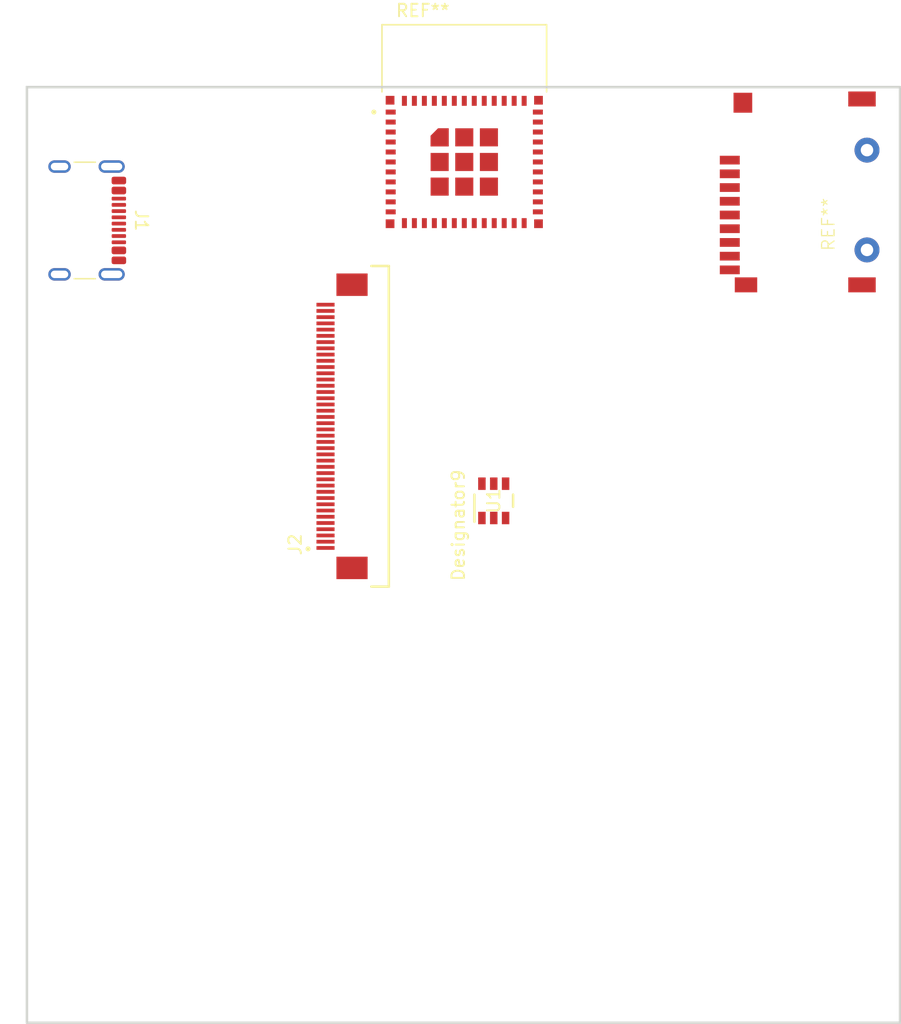
<source format=kicad_pcb>
(kicad_pcb (version 20240108) (generator "pcbnew") (generator_version "8.0")
  (layers (0 "F.Cu" signal) (31 "B.Cu" signal) (34 "B.Paste" user) (35 "F.Paste" user) (36 "B.SilkS" user "B.Silkscreen") (37 "F.SilkS" user "F.Silkscreen") (38 "B.Mask" user) (39 "F.Mask" user) (44 "Edge.Cuts" user))
  (net 0 "")
  (net 1 "Net-(J1-GND-PadA1)")
  (net 2 "Net-(U1-IN)")
  (net 4 "Net-(J1-D--PadA7)")
  (net 5 "Net-(J1-D+-PadA6)")
  (net 54 "GND")
  (footprint "ESP32_C6_MINI_1_H4:XCVR_ESP32-C6-MINI-1-H4" (layer "F.Cu") (at 55.0625 26)
    (property "Reference" "REF**" (at -3.325 -12.135 0) (layer "F.SilkS"))
    (property "Value" "XCVR_ESP32-C6-MINI-1-H4")
    (fp_line (start -6.6 -11) (end 6.6 -11) (stroke (width 0.127)) (layer "F.SilkS"))
    (fp_line (start -6.6 -5.62) (end -6.6 -11) (stroke (width 0.127)) (layer "F.SilkS"))
    (fp_line (start 6.6 -11) (end 6.6 -5.62) (stroke (width 0.127)) (layer "F.SilkS"))
    (fp_circle (center -7.25 -4) (end -7.15 -4) (stroke (width 0.2)) (fill none) (layer "F.SilkS"))
    (pad "1" smd rect (at -5.9 -4) (size 0.8 0.4) (layers "F.Cu" "F.Paste" "F.Mask"))
    (pad "2" smd rect (at -5.9 -3.2) (size 0.8 0.4) (layers "F.Cu" "F.Paste" "F.Mask"))
    (pad "3" smd rect (at -5.9 -2.4) (size 0.8 0.4) (layers "F.Cu" "F.Paste" "F.Mask"))
    (pad "4" smd rect (at -5.9 -1.6) (size 0.8 0.4) (layers "F.Cu" "F.Paste" "F.Mask"))
    (pad "5" smd rect (at -5.9 -0.8) (size 0.8 0.4) (layers "F.Cu" "F.Paste" "F.Mask"))
    (pad "6" smd rect (at -5.9 0) (size 0.8 0.4) (layers "F.Cu" "F.Paste" "F.Mask"))
    (pad "7" smd rect (at -5.9 0.8) (size 0.8 0.4) (layers "F.Cu" "F.Paste" "F.Mask"))
    (pad "8" smd rect (at -5.9 1.6) (size 0.8 0.4) (layers "F.Cu" "F.Paste" "F.Mask"))
    (pad "9" smd rect (at -5.9 2.4) (size 0.8 0.4) (layers "F.Cu" "F.Paste" "F.Mask"))
    (pad "10" smd rect (at -5.9 3.2) (size 0.8 0.4) (layers "F.Cu" "F.Paste" "F.Mask"))
    (pad "11" smd rect (at -5.9 4) (size 0.8 0.4) (layers "F.Cu" "F.Paste" "F.Mask"))
    (pad "12" smd rect (at -4.8 4.9) (size 0.4 0.8) (layers "F.Cu" "F.Paste" "F.Mask"))
    (pad "13" smd rect (at -4 4.9) (size 0.4 0.8) (layers "F.Cu" "F.Paste" "F.Mask"))
    (pad "14" smd rect (at -3.2 4.9) (size 0.4 0.8) (layers "F.Cu" "F.Paste" "F.Mask"))
    (pad "15" smd rect (at -2.4 4.9) (size 0.4 0.8) (layers "F.Cu" "F.Paste" "F.Mask"))
    (pad "16" smd rect (at -1.6 4.9) (size 0.4 0.8) (layers "F.Cu" "F.Paste" "F.Mask"))
    (pad "17" smd rect (at -0.8 4.9) (size 0.4 0.8) (layers "F.Cu" "F.Paste" "F.Mask"))
    (pad "18" smd rect (at 0 4.9) (size 0.4 0.8) (layers "F.Cu" "F.Paste" "F.Mask"))
    (pad "19" smd rect (at 0.8 4.9) (size 0.4 0.8) (layers "F.Cu" "F.Paste" "F.Mask"))
    (pad "20" smd rect (at 1.6 4.9) (size 0.4 0.8) (layers "F.Cu" "F.Paste" "F.Mask"))
    (pad "21" smd rect (at 2.4 4.9) (size 0.4 0.8) (layers "F.Cu" "F.Paste" "F.Mask"))
    (pad "22" smd rect (at 3.2 4.9) (size 0.4 0.8) (layers "F.Cu" "F.Paste" "F.Mask"))
    (pad "23" smd rect (at 4 4.9) (size 0.4 0.8) (layers "F.Cu" "F.Paste" "F.Mask"))
    (pad "24" smd rect (at 4.8 4.9) (size 0.4 0.8) (layers "F.Cu" "F.Paste" "F.Mask"))
    (pad "25" smd rect (at 5.9 4) (size 0.8 0.4) (layers "F.Cu" "F.Paste" "F.Mask"))
    (pad "26" smd rect (at 5.9 3.2) (size 0.8 0.4) (layers "F.Cu" "F.Paste" "F.Mask"))
    (pad "27" smd rect (at 5.9 2.4) (size 0.8 0.4) (layers "F.Cu" "F.Paste" "F.Mask"))
    (pad "28" smd rect (at 5.9 1.6) (size 0.8 0.4) (layers "F.Cu" "F.Paste" "F.Mask"))
    (pad "29" smd rect (at 5.9 0.8) (size 0.8 0.4) (layers "F.Cu" "F.Paste" "F.Mask"))
    (pad "30" smd rect (at 5.9 0) (size 0.8 0.4) (layers "F.Cu" "F.Paste" "F.Mask"))
    (pad "31" smd rect (at 5.9 -0.8) (size 0.8 0.4) (layers "F.Cu" "F.Paste" "F.Mask"))
    (pad "32" smd rect (at 5.9 -1.6) (size 0.8 0.4) (layers "F.Cu" "F.Paste" "F.Mask"))
    (pad "33" smd rect (at 5.9 -2.4) (size 0.8 0.4) (layers "F.Cu" "F.Paste" "F.Mask"))
    (pad "34" smd rect (at 5.9 -3.2) (size 0.8 0.4) (layers "F.Cu" "F.Paste" "F.Mask"))
    (pad "35" smd rect (at 5.9 -4) (size 0.8 0.4) (layers "F.Cu" "F.Paste" "F.Mask"))
    (pad "36" smd rect (at 4.8 -4.9) (size 0.4 0.8) (layers "F.Cu" "F.Paste" "F.Mask"))
    (pad "37" smd rect (at 4 -4.9) (size 0.4 0.8) (layers "F.Cu" "F.Paste" "F.Mask"))
    (pad "38" smd rect (at 3.2 -4.9) (size 0.4 0.8) (layers "F.Cu" "F.Paste" "F.Mask"))
    (pad "39" smd rect (at 2.4 -4.9) (size 0.4 0.8) (layers "F.Cu" "F.Paste" "F.Mask"))
    (pad "40" smd rect (at 1.6 -4.9) (size 0.4 0.8) (layers "F.Cu" "F.Paste" "F.Mask"))
    (pad "41" smd rect (at 0.8 -4.9) (size 0.4 0.8) (layers "F.Cu" "F.Paste" "F.Mask"))
    (pad "42" smd rect (at 0 -4.9) (size 0.4 0.8) (layers "F.Cu" "F.Paste" "F.Mask"))
    (pad "43" smd rect (at -0.8 -4.9) (size 0.4 0.8) (layers "F.Cu" "F.Paste" "F.Mask"))
    (pad "44" smd rect (at -1.6 -4.9) (size 0.4 0.8) (layers "F.Cu" "F.Paste" "F.Mask"))
    (pad "45" smd rect (at -2.4 -4.9) (size 0.4 0.8) (layers "F.Cu" "F.Paste" "F.Mask"))
    (pad "46" smd rect (at -3.2 -4.9) (size 0.4 0.8) (layers "F.Cu" "F.Paste" "F.Mask"))
    (pad "47" smd rect (at -4 -4.9) (size 0.4 0.8) (layers "F.Cu" "F.Paste" "F.Mask"))
    (pad "48" smd rect (at -4.8 -4.9) (size 0.4 0.8) (layers "F.Cu" "F.Paste" "F.Mask"))
    (pad "49_1" smd custom (at -1.975 -1.975) (size 0.4 0.4) (layers "F.Cu") (options (clearance outline) (anchor rect)) (primitives (gr_poly (pts (xy -0.725 0.725) (xy 0.725 0.725) (xy 0.725 -0.725) (xy -0.125 -0.725) (xy -0.725 -0.125)) (width 0.01) (fill yes))))
    (pad "49_2" smd rect (at 0 -1.975) (size 1.45 1.45) (layers "F.Cu" "F.Paste" "F.Mask"))
    (pad "49_3" smd rect (at 1.975 -1.975) (size 1.45 1.45) (layers "F.Cu" "F.Paste" "F.Mask"))
    (pad "49_4" smd rect (at -1.975 0) (size 1.45 1.45) (layers "F.Cu" "F.Paste" "F.Mask"))
    (pad "49_5" smd rect (at 0 0) (size 1.45 1.45) (layers "F.Cu" "F.Paste" "F.Mask"))
    (pad "49_6" smd rect (at 1.975 0) (size 1.45 1.45) (layers "F.Cu" "F.Paste" "F.Mask"))
    (pad "49_7" smd rect (at -1.975 1.975) (size 1.45 1.45) (layers "F.Cu" "F.Paste" "F.Mask"))
    (pad "49_8" smd rect (at 0 1.975) (size 1.45 1.45) (layers "F.Cu" "F.Paste" "F.Mask"))
    (pad "49_9" smd rect (at 1.975 1.975) (size 1.45 1.45) (layers "F.Cu" "F.Paste" "F.Mask"))
    (pad "50" smd rect (at 5.95 -4.95) (size 0.7 0.7) (layers "F.Cu" "F.Paste" "F.Mask"))
    (pad "51" smd rect (at 5.95 4.95) (size 0.7 0.7) (layers "F.Cu" "F.Paste" "F.Mask"))
    (pad "52" smd rect (at -5.95 4.95) (size 0.7 0.7) (layers "F.Cu" "F.Paste" "F.Mask"))
    (pad "53" smd rect (at -5.95 -4.95) (size 0.7 0.7) (layers "F.Cu" "F.Paste" "F.Mask"))
  )
  (footprint "Connector_USB:USB_C_Receptacle_GCT_USB4105-xx-A_16P_TopMnt_Horizontal" (layer "F.Cu") (at 23.6875 30.6875 -90)
    (property "Reference" "J1" (at 0 -5.5 -90) (layer "F.SilkS"))
    (property "Value" "USB_C_Receptacle_USB2.0_14P")
    (fp_line (start -4.67 -0.1) (end -4.67 -1.8) (stroke (width 0.12)) (layer "F.SilkS"))
    (fp_line (start 4.67 -0.1) (end 4.67 -1.8) (stroke (width 0.12)) (layer "F.SilkS"))
    (pad "" np_thru_hole circle (at -2.89 -2.605 270) (size 0.65 0.65) (drill 0.65) (layers "F&B.Cu" "*.Mask"))
    (pad "" np_thru_hole circle (at 2.89 -2.605 270) (size 0.65 0.65) (drill 0.65) (layers "F&B.Cu" "*.Mask"))
    (pad "A1" smd roundrect (at -3.2 -3.68 270) (size 0.6 1.15) (layers "F.Cu" "F.Paste" "F.Mask") (net 1 "Net-(J1-GND-PadA1)"))
    (pad "A4" smd roundrect (at -2.4 -3.68 270) (size 0.6 1.15) (layers "F.Cu" "F.Paste" "F.Mask") (net 2 "Net-(U1-IN)"))
    (pad "A5" smd roundrect (at -1.25 -3.68 270) (size 0.3 1.15) (layers "F.Cu" "F.Paste" "F.Mask"))
    (pad "A6" smd roundrect (at -0.25 -3.68 270) (size 0.3 1.15) (layers "F.Cu" "F.Paste" "F.Mask") (net 5 "Net-(J1-D+-PadA6)"))
    (pad "A7" smd roundrect (at 0.25 -3.68 270) (size 0.3 1.15) (layers "F.Cu" "F.Paste" "F.Mask") (net 4 "Net-(J1-D--PadA7)"))
    (pad "A8" smd roundrect (at 1.25 -3.68 270) (size 0.3 1.15) (layers "F.Cu" "F.Paste" "F.Mask"))
    (pad "A9" smd roundrect (at 2.4 -3.68 270) (size 0.6 1.15) (layers "F.Cu" "F.Paste" "F.Mask") (net 2 "Net-(U1-IN)"))
    (pad "A12" smd roundrect (at 3.2 -3.68 270) (size 0.6 1.15) (layers "F.Cu" "F.Paste" "F.Mask") (net 1 "Net-(J1-GND-PadA1)"))
    (pad "B1" smd roundrect (at 3.2 -3.68 270) (size 0.6 1.15) (layers "F.Cu" "F.Paste" "F.Mask") (net 1 "Net-(J1-GND-PadA1)"))
    (pad "B4" smd roundrect (at 2.4 -3.68 270) (size 0.6 1.15) (layers "F.Cu" "F.Paste" "F.Mask") (net 2 "Net-(U1-IN)"))
    (pad "B5" smd roundrect (at 1.75 -3.68 270) (size 0.3 1.15) (layers "F.Cu" "F.Paste" "F.Mask"))
    (pad "B6" smd roundrect (at 0.75 -3.68 270) (size 0.3 1.15) (layers "F.Cu" "F.Paste" "F.Mask") (net 5 "Net-(J1-D+-PadA6)"))
    (pad "B7" smd roundrect (at -0.75 -3.68 270) (size 0.3 1.15) (layers "F.Cu" "F.Paste" "F.Mask") (net 4 "Net-(J1-D--PadA7)"))
    (pad "B8" smd roundrect (at -1.75 -3.68 270) (size 0.3 1.15) (layers "F.Cu" "F.Paste" "F.Mask"))
    (pad "B9" smd roundrect (at -2.4 -3.68 270) (size 0.6 1.15) (layers "F.Cu" "F.Paste" "F.Mask") (net 2 "Net-(U1-IN)"))
    (pad "B12" smd roundrect (at -3.2 -3.68 270) (size 0.6 1.15) (layers "F.Cu" "F.Paste" "F.Mask") (net 1 "Net-(J1-GND-PadA1)"))
    (pad "S1" thru_hole oval (at -4.32 -3.105 270) (size 1 2.1) (drill oval 0.6 1.7) (layers "*.Cu" "*.Mask" "F.Paste"))
    (pad "S1" thru_hole oval (at -4.32 1.075 270) (size 1 1.8) (drill oval 0.6 1.4) (layers "*.Cu" "*.Mask" "F.Paste"))
    (pad "S1" thru_hole oval (at 4.32 -3.105 270) (size 1 2.1) (drill oval 0.6 1.7) (layers "*.Cu" "*.Mask" "F.Paste"))
    (pad "S1" thru_hole oval (at 4.32 1.075 270) (size 1 1.8) (drill oval 0.6 1.4) (layers "*.Cu" "*.Mask" "F.Paste"))
  )
  (footprint "footprints:GCT_FFC2B21-40-T_REVA" (layer "F.Cu") (at 43.9375 47.1875 90)
    (property "Reference" "J2" (at -9.475 -2.435 270) (layer "F.SilkS"))
    (property "Value" "FFC2B21-40-T_REVA")
    (fp_line (start 12.85 3.675) (end 12.85 5.075) (stroke (width 0.2)) (layer "F.SilkS"))
    (fp_line (start -12.85 3.675) (end -12.85 5.075) (stroke (width 0.2)) (layer "F.SilkS"))
    (fp_line (start -12.85 5.075) (end 12.85 5.075) (stroke (width 0.2)) (layer "F.SilkS"))
    (fp_circle (center -9.825 -1.4) (end -9.725 -1.4) (stroke (width 0.2)) (fill none) (layer "F.SilkS"))
    (pad "1" smd rect (at -9.75 0 90) (size 0.3 1.45) (layers "F.Cu" "F.Paste" "F.Mask"))
    (pad "2" smd rect (at -9.25 0 90) (size 0.3 1.45) (layers "F.Cu" "F.Paste" "F.Mask"))
    (pad "3" smd rect (at -8.75 0 90) (size 0.3 1.45) (layers "F.Cu" "F.Paste" "F.Mask"))
    (pad "4" smd rect (at -8.25 0 90) (size 0.3 1.45) (layers "F.Cu" "F.Paste" "F.Mask"))
    (pad "5" smd rect (at -7.75 0 90) (size 0.3 1.45) (layers "F.Cu" "F.Paste" "F.Mask"))
    (pad "6" smd rect (at -7.25 0 90) (size 0.3 1.45) (layers "F.Cu" "F.Paste" "F.Mask"))
    (pad "7" smd rect (at -6.75 0 90) (size 0.3 1.45) (layers "F.Cu" "F.Paste" "F.Mask"))
    (pad "8" smd rect (at -6.25 0 90) (size 0.3 1.45) (layers "F.Cu" "F.Paste" "F.Mask"))
    (pad "9" smd rect (at -5.75 0 90) (size 0.3 1.45) (layers "F.Cu" "F.Paste" "F.Mask"))
    (pad "10" smd rect (at -5.25 0 90) (size 0.3 1.45) (layers "F.Cu" "F.Paste" "F.Mask"))
    (pad "11" smd rect (at -4.75 0 90) (size 0.3 1.45) (layers "F.Cu" "F.Paste" "F.Mask"))
    (pad "12" smd rect (at -4.25 0 90) (size 0.3 1.45) (layers "F.Cu" "F.Paste" "F.Mask"))
    (pad "13" smd rect (at -3.75 0 90) (size 0.3 1.45) (layers "F.Cu" "F.Paste" "F.Mask"))
    (pad "14" smd rect (at -3.25 0 90) (size 0.3 1.45) (layers "F.Cu" "F.Paste" "F.Mask"))
    (pad "15" smd rect (at -2.75 0 90) (size 0.3 1.45) (layers "F.Cu" "F.Paste" "F.Mask"))
    (pad "16" smd rect (at -2.25 0 90) (size 0.3 1.45) (layers "F.Cu" "F.Paste" "F.Mask"))
    (pad "17" smd rect (at -1.75 0 90) (size 0.3 1.45) (layers "F.Cu" "F.Paste" "F.Mask"))
    (pad "18" smd rect (at -1.25 0 90) (size 0.3 1.45) (layers "F.Cu" "F.Paste" "F.Mask"))
    (pad "19" smd rect (at -0.75 0 90) (size 0.3 1.45) (layers "F.Cu" "F.Paste" "F.Mask"))
    (pad "20" smd rect (at -0.25 0 90) (size 0.3 1.45) (layers "F.Cu" "F.Paste" "F.Mask"))
    (pad "21" smd rect (at 0.25 0 90) (size 0.3 1.45) (layers "F.Cu" "F.Paste" "F.Mask"))
    (pad "22" smd rect (at 0.75 0 90) (size 0.3 1.45) (layers "F.Cu" "F.Paste" "F.Mask"))
    (pad "23" smd rect (at 1.25 0 90) (size 0.3 1.45) (layers "F.Cu" "F.Paste" "F.Mask"))
    (pad "24" smd rect (at 1.75 0 90) (size 0.3 1.45) (layers "F.Cu" "F.Paste" "F.Mask"))
    (pad "25" smd rect (at 2.25 0 90) (size 0.3 1.45) (layers "F.Cu" "F.Paste" "F.Mask"))
    (pad "26" smd rect (at 2.75 0 90) (size 0.3 1.45) (layers "F.Cu" "F.Paste" "F.Mask"))
    (pad "27" smd rect (at 3.25 0 90) (size 0.3 1.45) (layers "F.Cu" "F.Paste" "F.Mask"))
    (pad "28" smd rect (at 3.75 0 90) (size 0.3 1.45) (layers "F.Cu" "F.Paste" "F.Mask"))
    (pad "29" smd rect (at 4.25 0 90) (size 0.3 1.45) (layers "F.Cu" "F.Paste" "F.Mask"))
    (pad "30" smd rect (at 4.75 0 90) (size 0.3 1.45) (layers "F.Cu" "F.Paste" "F.Mask"))
    (pad "31" smd rect (at 5.25 0 90) (size 0.3 1.45) (layers "F.Cu" "F.Paste" "F.Mask"))
    (pad "32" smd rect (at 5.75 0 90) (size 0.3 1.45) (layers "F.Cu" "F.Paste" "F.Mask"))
    (pad "33" smd rect (at 6.25 0 90) (size 0.3 1.45) (layers "F.Cu" "F.Paste" "F.Mask"))
    (pad "34" smd rect (at 6.75 0 90) (size 0.3 1.45) (layers "F.Cu" "F.Paste" "F.Mask"))
    (pad "35" smd rect (at 7.25 0 90) (size 0.3 1.45) (layers "F.Cu" "F.Paste" "F.Mask"))
    (pad "36" smd rect (at 7.75 0 90) (size 0.3 1.45) (layers "F.Cu" "F.Paste" "F.Mask"))
    (pad "37" smd rect (at 8.25 0 90) (size 0.3 1.45) (layers "F.Cu" "F.Paste" "F.Mask"))
    (pad "38" smd rect (at 8.75 0 90) (size 0.3 1.45) (layers "F.Cu" "F.Paste" "F.Mask"))
    (pad "39" smd rect (at 9.25 0 90) (size 0.3 1.45) (layers "F.Cu" "F.Paste" "F.Mask"))
    (pad "40" smd rect (at 9.75 0 90) (size 0.3 1.45) (layers "F.Cu" "F.Paste" "F.Mask"))
    (pad "S1" smd rect (at -11.35 2.125 90) (size 1.8 2.5) (layers "F.Cu" "F.Paste" "F.Mask"))
    (pad "S2" smd rect (at 11.35 2.125 90) (size 1.8 2.5) (layers "F.Cu" "F.Paste" "F.Mask"))
  )
  (footprint "5530843_5:msd-11-a" (layer "F.Cu") (at 84.75 31 90)
    (property "Reference" "REF**" (at 0 -0.5 90) (layer "F.SilkS") (effects (font (thickness 0.1))))
    (property "Value" "msd-11-a")
    (pad "1" smd rect (at 5.15 -8.4 90) (size 0.7 1.6) (layers "F.Cu" "F.Paste" "F.Mask"))
    (pad "2" smd rect (at 4.05 -8.4 90) (size 0.7 1.6) (layers "F.Cu" "F.Paste" "F.Mask"))
    (pad "3" smd rect (at 2.95 -8.4 90) (size 0.7 1.6) (layers "F.Cu" "F.Paste" "F.Mask"))
    (pad "4" smd rect (at 1.85 -8.4 90) (size 0.7 1.6) (layers "F.Cu" "F.Paste" "F.Mask"))
    (pad "5" smd rect (at 0.75 -8.4 90) (size 0.7 1.6) (layers "F.Cu" "F.Paste" "F.Mask"))
    (pad "6" smd rect (at -0.35 -8.4 90) (size 0.7 1.6) (layers "F.Cu" "F.Paste" "F.Mask"))
    (pad "7" smd rect (at -1.45 -8.4 90) (size 0.7 1.6) (layers "F.Cu" "F.Paste" "F.Mask"))
    (pad "8" smd rect (at -2.55 -8.4 90) (size 0.7 1.6) (layers "F.Cu" "F.Paste" "F.Mask"))
    (pad "9" smd rect (at -3.65 -8.4 90) (size 0.7 1.6) (layers "F.Cu" "F.Paste" "F.Mask"))
    (pad "10" smd rect (at -4.85 -7.1 90) (size 1.2 1.8) (layers "F.Cu" "F.Paste" "F.Mask"))
    (pad "11" smd rect (at 9.75 -7.35 90) (size 1.6 1.5) (layers "F.Cu" "F.Paste" "F.Mask"))
    (pad "12" smd rect (at 10.05 2.2 90) (size 1.2 2.2) (layers "F.Cu" "F.Paste" "F.Mask"))
    (pad "13" smd rect (at -4.85 2.2 90) (size 1.2 2.2) (layers "F.Cu" "F.Paste" "F.Mask"))
    (pad "13" thru_hole circle (at -2.05 2.6 90) (size 2 2) (drill 1) (layers "*.Cu" "*.Mask"))
    (pad "13" thru_hole circle (at 5.95 2.6 90) (size 2 2) (drill 1) (layers "*.Cu" "*.Mask"))
  )
  (footprint "footprints:DBV0006A_N" (layer "F.Cu") (at 57.425001 53.162499 90)
    (property "Reference" "U1" (at 0 0 90) (layer "F.SilkS"))
    (property "Value" "BQ21040DBVR")
    (fp_line (start -1.675 -1.549999) (end 0.499999 -1.549999) (stroke (width 0.2)) (layer "F.SilkS"))
    (fp_line (start -0.475 1.549999) (end 0.499999 1.549999) (stroke (width 0.2)) (layer "F.SilkS"))
    (fp_text user "Designator9" (at -1.9558 -2.8448 90) (layer "F.SilkS"))
    (pad "1" smd rect (at -1.375001 -0.950001 180) (size 0.599999 1) (layers "F.Cu" "F.Paste" "F.Mask"))
    (pad "2" smd rect (at -1.375001 0 180) (size 0.599999 1) (layers "F.Cu" "F.Paste" "F.Mask"))
    (pad "3" smd rect (at -1.375001 0.949998 180) (size 0.599999 1) (layers "F.Cu" "F.Paste" "F.Mask"))
    (pad "4" smd rect (at 1.374999 0.949998 180) (size 0.599999 1) (layers "F.Cu" "F.Paste" "F.Mask"))
    (pad "5" smd rect (at 1.374999 0 180) (size 0.599999 1) (layers "F.Cu" "F.Paste" "F.Mask") (net 54 "GND"))
    (pad "6" smd rect (at 1.374999 -0.950001 180) (size 0.599999 1) (layers "F.Cu" "F.Paste" "F.Mask") (net 2 "Net-(U1-IN)"))
  )
  (gr_rect (start 20 20) (end 90 95) (stroke (width 0.2)) (fill none) (layer "Edge.Cuts"))
)
</source>
